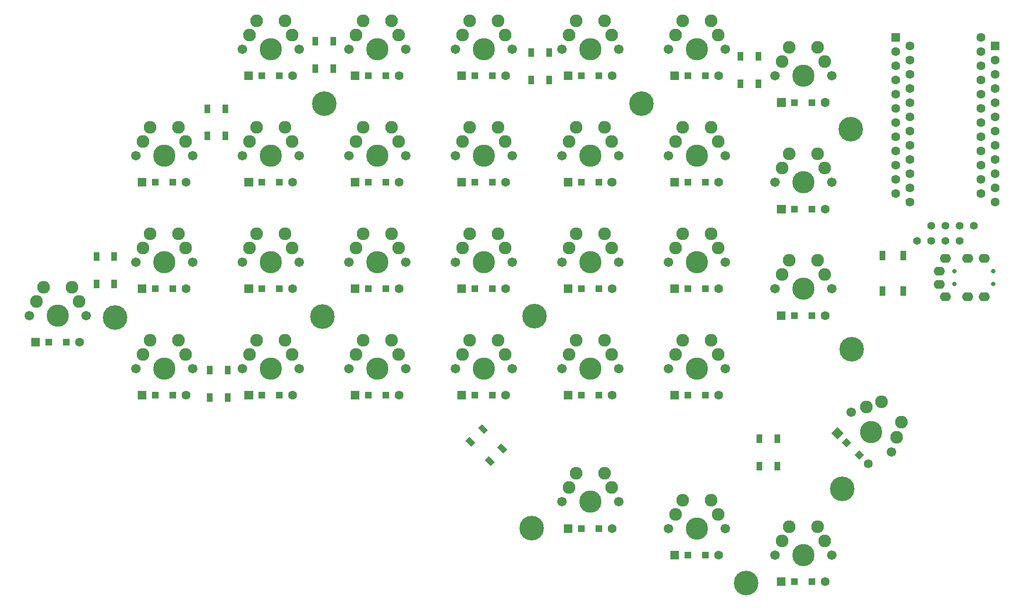
<source format=gts>
%TF.GenerationSoftware,KiCad,Pcbnew,5.1.9*%
%TF.CreationDate,2021-04-06T00:25:38+02:00*%
%TF.ProjectId,splitkeeb - pro micros,73706c69-746b-4656-9562-202d2070726f,rev?*%
%TF.SameCoordinates,Original*%
%TF.FileFunction,Soldermask,Top*%
%TF.FilePolarity,Negative*%
%FSLAX46Y46*%
G04 Gerber Fmt 4.6, Leading zero omitted, Abs format (unit mm)*
G04 Created by KiCad (PCBNEW 5.1.9) date 2021-04-06 00:25:38*
%MOMM*%
%LPD*%
G01*
G04 APERTURE LIST*
%ADD10R,1.200000X1.200000*%
%ADD11R,1.600000X1.600000*%
%ADD12C,1.600000*%
%ADD13C,4.400000*%
%ADD14R,1.000000X1.500000*%
%ADD15C,0.100000*%
%ADD16C,1.701800*%
%ADD17C,2.286000*%
%ADD18C,3.987800*%
%ADD19R,1.000000X1.700000*%
%ADD20O,2.000000X1.600000*%
%ADD21C,0.800000*%
%ADD22C,1.397000*%
G04 APERTURE END LIST*
D10*
%TO.C,D19*%
X153859420Y-92726140D03*
X150709420Y-92726140D03*
D11*
X148384420Y-92726140D03*
D12*
X156184420Y-92726140D03*
%TD*%
D13*
%TO.C,REF\u002A\u002A*%
X67334420Y-97888640D03*
%TD*%
D12*
%TO.C,D28*%
X194294420Y-78438640D03*
D11*
X186494420Y-78438640D03*
%TD*%
D14*
%TO.C,D37*%
X144944420Y-50478640D03*
X141744420Y-50478640D03*
X144944420Y-55378640D03*
X141744420Y-55378640D03*
%TD*%
D11*
%TO.C,D6*%
X91244420Y-73681140D03*
D12*
X99044420Y-73681140D03*
%TD*%
D13*
%TO.C,REF\u002A\u002A*%
X197344420Y-128488640D03*
%TD*%
%TO.C,REF\u002A\u002A*%
X180194420Y-145388640D03*
%TD*%
%TO.C,REF\u002A\u002A*%
X141844420Y-135568640D03*
%TD*%
%TO.C,REF\u002A\u002A*%
X142364420Y-97608640D03*
%TD*%
D11*
%TO.C,D29*%
X186474420Y-97488640D03*
D12*
X194274420Y-97488640D03*
%TD*%
D15*
%TO.C,D40*%
G36*
X132219496Y-117628081D02*
G01*
X132926602Y-116920975D01*
X133987262Y-117981635D01*
X133280156Y-118688741D01*
X132219496Y-117628081D01*
G37*
G36*
X129956755Y-119890822D02*
G01*
X130663861Y-119183716D01*
X131724521Y-120244376D01*
X131017415Y-120951482D01*
X129956755Y-119890822D01*
G37*
G36*
X135684319Y-121092904D02*
G01*
X136391425Y-120385798D01*
X137452085Y-121446458D01*
X136744979Y-122153564D01*
X135684319Y-121092904D01*
G37*
G36*
X133421578Y-123355645D02*
G01*
X134128684Y-122648539D01*
X135189344Y-123709199D01*
X134482238Y-124416305D01*
X133421578Y-123355645D01*
G37*
%TD*%
D14*
%TO.C,D35*%
X182394420Y-51158640D03*
X179194420Y-51158640D03*
X182394420Y-56058640D03*
X179194420Y-56058640D03*
%TD*%
D16*
%TO.C,K26*%
X166254420Y-135588640D03*
X176414420Y-135588640D03*
D17*
X167524420Y-133048640D03*
D18*
X171334420Y-135588640D03*
D17*
X173874420Y-130508640D03*
X168794420Y-130508640D03*
X175144420Y-133048640D03*
%TD*%
D12*
%TO.C,D1*%
X79984420Y-73681140D03*
D11*
X72184420Y-73681140D03*
%TD*%
D12*
%TO.C,D9*%
X118084420Y-54621140D03*
D11*
X110284420Y-54621140D03*
%TD*%
D12*
%TO.C,D24*%
X175234420Y-92731140D03*
D11*
X167434420Y-92731140D03*
%TD*%
%TO.C,D15*%
X129334420Y-92718640D03*
D12*
X137134420Y-92718640D03*
%TD*%
D17*
%TO.C,K1*%
X79894420Y-66373640D03*
X73544420Y-63833640D03*
X78624420Y-63833640D03*
D18*
X76084420Y-68913640D03*
D17*
X72274420Y-66373640D03*
D16*
X81164420Y-68913640D03*
X71004420Y-68913640D03*
%TD*%
D12*
%TO.C,D13*%
X137134420Y-54621140D03*
D11*
X129334420Y-54621140D03*
%TD*%
D19*
%TO.C,SW1*%
X208324420Y-86788640D03*
X208324420Y-93088640D03*
X204524420Y-86788640D03*
X204524420Y-93088640D03*
%TD*%
D12*
%TO.C,D19*%
X156184420Y-92711140D03*
D11*
X148384420Y-92711140D03*
%TD*%
D12*
%TO.C,D7*%
X99044420Y-92711140D03*
D11*
X91244420Y-92711140D03*
%TD*%
%TO.C,D2*%
X72184420Y-92721140D03*
D12*
X79984420Y-92721140D03*
%TD*%
D14*
%TO.C,D41*%
X83804420Y-65388640D03*
X87004420Y-65388640D03*
X83804420Y-60488640D03*
X87004420Y-60488640D03*
%TD*%
D17*
%TO.C,K2*%
X79894420Y-85423640D03*
X73544420Y-82883640D03*
X78624420Y-82883640D03*
D18*
X76084420Y-87963640D03*
D17*
X72274420Y-85423640D03*
D16*
X81164420Y-87963640D03*
X71004420Y-87963640D03*
%TD*%
D11*
%TO.C,D10*%
X110284420Y-73691140D03*
D12*
X118084420Y-73691140D03*
%TD*%
D11*
%TO.C,D14*%
X129334420Y-73681140D03*
D12*
X137134420Y-73681140D03*
%TD*%
D16*
%TO.C,K3*%
X71004420Y-107013640D03*
X81164420Y-107013640D03*
D17*
X72274420Y-104473640D03*
D18*
X76084420Y-107013640D03*
D17*
X78624420Y-101933640D03*
X73544420Y-101933640D03*
X79894420Y-104473640D03*
%TD*%
%TO.C,K11*%
X117994420Y-85423640D03*
X111644420Y-82883640D03*
X116724420Y-82883640D03*
D18*
X114184420Y-87963640D03*
D17*
X110374420Y-85423640D03*
D16*
X119264420Y-87963640D03*
X109104420Y-87963640D03*
%TD*%
D11*
%TO.C,U1*%
X206934420Y-47768640D03*
D12*
X206934420Y-50308640D03*
X206934420Y-52848640D03*
X206934420Y-55388640D03*
X206934420Y-57928640D03*
X206934420Y-60468640D03*
X206934420Y-63008640D03*
X206934420Y-65548640D03*
X206934420Y-68088640D03*
X206934420Y-70628640D03*
X206934420Y-73168640D03*
X206934420Y-75708640D03*
X222174420Y-75708640D03*
X222174420Y-73168640D03*
X222174420Y-70628640D03*
X222174420Y-68088640D03*
X222174420Y-65548640D03*
X222174420Y-63008640D03*
X222174420Y-60468640D03*
X222174420Y-57928640D03*
X222174420Y-55388640D03*
X222174420Y-52848640D03*
X222174420Y-50308640D03*
X222174420Y-47768640D03*
%TD*%
%TO.C,D22*%
X175234420Y-54621140D03*
D11*
X167434420Y-54621140D03*
%TD*%
%TO.C,D15*%
X110284420Y-92728640D03*
D12*
X118084420Y-92728640D03*
%TD*%
D11*
%TO.C,D23*%
X167434420Y-73681140D03*
D12*
X175234420Y-73681140D03*
%TD*%
D11*
%TO.C,D21*%
X148384420Y-135588640D03*
D12*
X156184420Y-135588640D03*
%TD*%
D11*
%TO.C,D3*%
X72184420Y-111778640D03*
D12*
X79984420Y-111778640D03*
%TD*%
D14*
%TO.C,D39*%
X106314420Y-48418640D03*
X103114420Y-48418640D03*
X106314420Y-53318640D03*
X103114420Y-53318640D03*
%TD*%
%TO.C,D38*%
X185754420Y-119538640D03*
X182554420Y-119538640D03*
X185754420Y-124438640D03*
X182554420Y-124438640D03*
%TD*%
D12*
%TO.C,D8*%
X99044420Y-111778640D03*
D11*
X91244420Y-111778640D03*
%TD*%
%TO.C,D5*%
X91234420Y-54631140D03*
D12*
X99034420Y-54631140D03*
%TD*%
D13*
%TO.C,REF\u002A\u002A*%
X198914420Y-64158640D03*
%TD*%
D20*
%TO.C,U2*%
X219804420Y-87298640D03*
D21*
X224404420Y-89598640D03*
X217404420Y-89598640D03*
D20*
X222804420Y-87298640D03*
X215804420Y-87298640D03*
X214704420Y-91898640D03*
%TD*%
D12*
%TO.C,U1*%
X209494420Y-49228640D03*
X209494420Y-51768640D03*
X209494420Y-54308640D03*
X209494420Y-56848640D03*
X209494420Y-59388640D03*
X209494420Y-61928640D03*
X209494420Y-64468640D03*
X209494420Y-67008640D03*
X209494420Y-69548640D03*
X209494420Y-72088640D03*
X209494420Y-74628640D03*
X209494420Y-77168640D03*
X224734420Y-77168640D03*
X224734420Y-74628640D03*
X224734420Y-72088640D03*
X224734420Y-69548640D03*
X224734420Y-67008640D03*
X224734420Y-64468640D03*
X224734420Y-61928640D03*
X224734420Y-59388640D03*
X224734420Y-56848640D03*
X224734420Y-54308640D03*
X224734420Y-51768640D03*
D11*
X224734420Y-49228640D03*
%TD*%
%TO.C,D18*%
X148359420Y-73648640D03*
D12*
X156159420Y-73648640D03*
%TD*%
D10*
%TO.C,D20*%
X153859420Y-111776140D03*
X150709420Y-111776140D03*
D11*
X148384420Y-111776140D03*
D12*
X156184420Y-111776140D03*
%TD*%
%TO.C,D21*%
X156184420Y-135588640D03*
D11*
X148384420Y-135588640D03*
D10*
X150709420Y-135588640D03*
X153859420Y-135588640D03*
%TD*%
%TO.C,D22*%
X172909420Y-54626140D03*
X169759420Y-54626140D03*
D11*
X167434420Y-54626140D03*
D12*
X175234420Y-54626140D03*
%TD*%
%TO.C,D23*%
X175234420Y-73676140D03*
D11*
X167434420Y-73676140D03*
D10*
X169759420Y-73676140D03*
X172909420Y-73676140D03*
%TD*%
%TO.C,D24*%
X172909420Y-92726140D03*
X169759420Y-92726140D03*
D11*
X167434420Y-92726140D03*
D12*
X175234420Y-92726140D03*
%TD*%
%TO.C,D25*%
X175234420Y-111776140D03*
D11*
X167434420Y-111776140D03*
D10*
X169759420Y-111776140D03*
X172909420Y-111776140D03*
%TD*%
%TO.C,D26*%
X172909420Y-140351140D03*
X169759420Y-140351140D03*
D11*
X167434420Y-140351140D03*
D12*
X175234420Y-140351140D03*
%TD*%
%TO.C,D27*%
X194284420Y-59388640D03*
D11*
X186484420Y-59388640D03*
D10*
X188809420Y-59388640D03*
X191959420Y-59388640D03*
%TD*%
%TO.C,D28*%
X191959420Y-78438640D03*
X188809420Y-78438640D03*
D11*
X186484420Y-78438640D03*
D12*
X194284420Y-78438640D03*
%TD*%
%TO.C,D29*%
X194284420Y-97488640D03*
D11*
X186484420Y-97488640D03*
D10*
X188809420Y-97488640D03*
X191959420Y-97488640D03*
%TD*%
%TO.C,D31*%
X191959420Y-145113640D03*
X188809420Y-145113640D03*
D11*
X186484420Y-145113640D03*
D12*
X194284420Y-145113640D03*
%TD*%
%TO.C,D5*%
X99034420Y-54626140D03*
D11*
X91234420Y-54626140D03*
D10*
X93559420Y-54626140D03*
X96709420Y-54626140D03*
%TD*%
D15*
%TO.C,D30*%
G36*
X199539585Y-122414833D02*
G01*
X200388113Y-121566305D01*
X201236641Y-122414833D01*
X200388113Y-123263361D01*
X199539585Y-122414833D01*
G37*
G36*
X197312199Y-120187447D02*
G01*
X198160727Y-119338919D01*
X199009255Y-120187447D01*
X198160727Y-121035975D01*
X197312199Y-120187447D01*
G37*
G36*
X195385333Y-118543424D02*
G01*
X196516704Y-117412053D01*
X197648075Y-118543424D01*
X196516704Y-119674795D01*
X195385333Y-118543424D01*
G37*
D12*
X202032136Y-124058856D03*
%TD*%
D16*
%TO.C,K4*%
X51954420Y-97488640D03*
X62114420Y-97488640D03*
D17*
X53224420Y-94948640D03*
D18*
X57034420Y-97488640D03*
D17*
X59574420Y-92408640D03*
X54494420Y-92408640D03*
X60844420Y-94948640D03*
%TD*%
%TO.C,K5*%
X98944420Y-47323640D03*
X92594420Y-44783640D03*
X97674420Y-44783640D03*
D18*
X95134420Y-49863640D03*
D17*
X91324420Y-47323640D03*
D16*
X100214420Y-49863640D03*
X90054420Y-49863640D03*
%TD*%
D17*
%TO.C,K6*%
X98944420Y-66373640D03*
X92594420Y-63833640D03*
X97674420Y-63833640D03*
D18*
X95134420Y-68913640D03*
D17*
X91324420Y-66373640D03*
D16*
X100214420Y-68913640D03*
X90054420Y-68913640D03*
%TD*%
D17*
%TO.C,K7*%
X98944420Y-85423640D03*
X92594420Y-82883640D03*
X97674420Y-82883640D03*
D18*
X95134420Y-87963640D03*
D17*
X91324420Y-85423640D03*
D16*
X100214420Y-87963640D03*
X90054420Y-87963640D03*
%TD*%
%TO.C,K8*%
X90054420Y-107013640D03*
X100214420Y-107013640D03*
D17*
X91324420Y-104473640D03*
D18*
X95134420Y-107013640D03*
D17*
X97674420Y-101933640D03*
X92594420Y-101933640D03*
X98944420Y-104473640D03*
%TD*%
D16*
%TO.C,K9*%
X109104420Y-49863640D03*
X119264420Y-49863640D03*
D17*
X110374420Y-47323640D03*
D18*
X114184420Y-49863640D03*
D17*
X116724420Y-44783640D03*
X111644420Y-44783640D03*
X117994420Y-47323640D03*
%TD*%
D16*
%TO.C,K10*%
X109104420Y-68913640D03*
X119264420Y-68913640D03*
D17*
X110374420Y-66373640D03*
D18*
X114184420Y-68913640D03*
D17*
X116724420Y-63833640D03*
X111644420Y-63833640D03*
X117994420Y-66373640D03*
%TD*%
D12*
%TO.C,D17*%
X156184420Y-54621140D03*
D11*
X148384420Y-54621140D03*
%TD*%
D14*
%TO.C,D42*%
X87444420Y-107298640D03*
X84244420Y-107298640D03*
X87444420Y-112198640D03*
X84244420Y-112198640D03*
%TD*%
D17*
%TO.C,K22*%
X175144420Y-47323640D03*
X168794420Y-44783640D03*
X173874420Y-44783640D03*
D18*
X171334420Y-49863640D03*
D17*
X167524420Y-47323640D03*
D16*
X176414420Y-49863640D03*
X166254420Y-49863640D03*
%TD*%
D22*
%TO.C,Brd1*%
X213304420Y-81458640D03*
X215844420Y-81458640D03*
X218384420Y-81458640D03*
X220924420Y-81458640D03*
%TD*%
D11*
%TO.C,D27*%
X186494420Y-59378640D03*
D12*
X194294420Y-59378640D03*
%TD*%
%TO.C,D20*%
X156184420Y-111781140D03*
D11*
X148384420Y-111781140D03*
%TD*%
%TO.C,D25*%
X167434420Y-111778640D03*
D12*
X175234420Y-111778640D03*
%TD*%
D13*
%TO.C,REF\u002A\u002A*%
X199024420Y-103558640D03*
%TD*%
D12*
%TO.C,D16*%
X137134420Y-111781140D03*
D11*
X129334420Y-111781140D03*
%TD*%
%TO.C,D4*%
X53134420Y-102248640D03*
D12*
X60934420Y-102248640D03*
%TD*%
%TO.C,D12*%
X118084420Y-111778640D03*
D11*
X110284420Y-111778640D03*
%TD*%
D12*
%TO.C,D31*%
X194284420Y-145113640D03*
D11*
X186484420Y-145113640D03*
%TD*%
D13*
%TO.C,REF\u002A\u002A*%
X104724420Y-59608640D03*
%TD*%
D12*
%TO.C,D30*%
X202024636Y-124056356D03*
D15*
G36*
X195377833Y-118540924D02*
G01*
X196509204Y-117409553D01*
X197640575Y-118540924D01*
X196509204Y-119672295D01*
X195377833Y-118540924D01*
G37*
%TD*%
D13*
%TO.C,REF\u002A\u002A*%
X161464420Y-59588640D03*
%TD*%
D12*
%TO.C,D26*%
X175234420Y-140346140D03*
D11*
X167434420Y-140346140D03*
%TD*%
D14*
%TO.C,D43*%
X67174420Y-86948640D03*
X63974420Y-86948640D03*
X67174420Y-91848640D03*
X63974420Y-91848640D03*
%TD*%
D13*
%TO.C,REF\u002A\u002A*%
X104414420Y-97728640D03*
%TD*%
D10*
%TO.C,D1*%
X77659420Y-73676140D03*
X74509420Y-73676140D03*
D11*
X72184420Y-73676140D03*
D12*
X79984420Y-73676140D03*
%TD*%
%TO.C,D2*%
X79984420Y-92726140D03*
D11*
X72184420Y-92726140D03*
D10*
X74509420Y-92726140D03*
X77659420Y-92726140D03*
%TD*%
D12*
%TO.C,D3*%
X79984420Y-111776140D03*
D11*
X72184420Y-111776140D03*
D10*
X74509420Y-111776140D03*
X77659420Y-111776140D03*
%TD*%
D12*
%TO.C,D4*%
X60934420Y-102251140D03*
D11*
X53134420Y-102251140D03*
D10*
X55459420Y-102251140D03*
X58609420Y-102251140D03*
%TD*%
D12*
%TO.C,D6*%
X99034420Y-73676140D03*
D11*
X91234420Y-73676140D03*
D10*
X93559420Y-73676140D03*
X96709420Y-73676140D03*
%TD*%
%TO.C,D7*%
X96709420Y-92726140D03*
X93559420Y-92726140D03*
D11*
X91234420Y-92726140D03*
D12*
X99034420Y-92726140D03*
%TD*%
D10*
%TO.C,D8*%
X96709420Y-111776140D03*
X93559420Y-111776140D03*
D11*
X91234420Y-111776140D03*
D12*
X99034420Y-111776140D03*
%TD*%
D10*
%TO.C,D9*%
X115759420Y-54626140D03*
X112609420Y-54626140D03*
D11*
X110284420Y-54626140D03*
D12*
X118084420Y-54626140D03*
%TD*%
%TO.C,D10*%
X118084420Y-73676140D03*
D11*
X110284420Y-73676140D03*
D10*
X112609420Y-73676140D03*
X115759420Y-73676140D03*
%TD*%
D12*
%TO.C,D11*%
X118084420Y-92726140D03*
D11*
X110284420Y-92726140D03*
D10*
X112609420Y-92726140D03*
X115759420Y-92726140D03*
%TD*%
%TO.C,D12*%
X115759420Y-111776140D03*
X112609420Y-111776140D03*
D11*
X110284420Y-111776140D03*
D12*
X118084420Y-111776140D03*
%TD*%
D10*
%TO.C,D13*%
X134809420Y-54626140D03*
X131659420Y-54626140D03*
D11*
X129334420Y-54626140D03*
D12*
X137134420Y-54626140D03*
%TD*%
%TO.C,D14*%
X137134420Y-73676140D03*
D11*
X129334420Y-73676140D03*
D10*
X131659420Y-73676140D03*
X134809420Y-73676140D03*
%TD*%
D12*
%TO.C,D15*%
X137134420Y-92726140D03*
D11*
X129334420Y-92726140D03*
D10*
X131659420Y-92726140D03*
X134809420Y-92726140D03*
%TD*%
%TO.C,D16*%
X134809420Y-111776140D03*
X131659420Y-111776140D03*
D11*
X129334420Y-111776140D03*
D12*
X137134420Y-111776140D03*
%TD*%
D10*
%TO.C,D17*%
X153859420Y-54626140D03*
X150709420Y-54626140D03*
D11*
X148384420Y-54626140D03*
D12*
X156184420Y-54626140D03*
%TD*%
%TO.C,D18*%
X156184420Y-73676140D03*
D11*
X148384420Y-73676140D03*
D10*
X150709420Y-73676140D03*
X153859420Y-73676140D03*
%TD*%
D17*
%TO.C,K12*%
X117994420Y-104473640D03*
X111644420Y-101933640D03*
X116724420Y-101933640D03*
D18*
X114184420Y-107013640D03*
D17*
X110374420Y-104473640D03*
D16*
X119264420Y-107013640D03*
X109104420Y-107013640D03*
%TD*%
%TO.C,K13*%
X128154420Y-49863640D03*
X138314420Y-49863640D03*
D17*
X129424420Y-47323640D03*
D18*
X133234420Y-49863640D03*
D17*
X135774420Y-44783640D03*
X130694420Y-44783640D03*
X137044420Y-47323640D03*
%TD*%
D16*
%TO.C,K14*%
X128154420Y-68913640D03*
X138314420Y-68913640D03*
D17*
X129424420Y-66373640D03*
D18*
X133234420Y-68913640D03*
D17*
X135774420Y-63833640D03*
X130694420Y-63833640D03*
X137044420Y-66373640D03*
%TD*%
D16*
%TO.C,K15*%
X128154420Y-87963640D03*
X138314420Y-87963640D03*
D17*
X129424420Y-85423640D03*
D18*
X133234420Y-87963640D03*
D17*
X135774420Y-82883640D03*
X130694420Y-82883640D03*
X137044420Y-85423640D03*
%TD*%
%TO.C,K16*%
X137044420Y-104473640D03*
X130694420Y-101933640D03*
X135774420Y-101933640D03*
D18*
X133234420Y-107013640D03*
D17*
X129424420Y-104473640D03*
D16*
X138314420Y-107013640D03*
X128154420Y-107013640D03*
%TD*%
%TO.C,K17*%
X147204420Y-49863640D03*
X157364420Y-49863640D03*
D17*
X148474420Y-47323640D03*
D18*
X152284420Y-49863640D03*
D17*
X154824420Y-44783640D03*
X149744420Y-44783640D03*
X156094420Y-47323640D03*
%TD*%
D16*
%TO.C,K18*%
X147204420Y-68913640D03*
X157364420Y-68913640D03*
D17*
X148474420Y-66373640D03*
D18*
X152284420Y-68913640D03*
D17*
X154824420Y-63833640D03*
X149744420Y-63833640D03*
X156094420Y-66373640D03*
%TD*%
%TO.C,K19*%
X156094420Y-85423640D03*
X149744420Y-82883640D03*
X154824420Y-82883640D03*
D18*
X152284420Y-87963640D03*
D17*
X148474420Y-85423640D03*
D16*
X157364420Y-87963640D03*
X147204420Y-87963640D03*
%TD*%
D17*
%TO.C,K20*%
X156094420Y-104473640D03*
X149744420Y-101933640D03*
X154824420Y-101933640D03*
D18*
X152284420Y-107013640D03*
D17*
X148474420Y-104473640D03*
D16*
X157364420Y-107013640D03*
X147204420Y-107013640D03*
%TD*%
%TO.C,K21*%
X147204420Y-130826140D03*
X157364420Y-130826140D03*
D17*
X148474420Y-128286140D03*
D18*
X152284420Y-130826140D03*
D17*
X154824420Y-125746140D03*
X149744420Y-125746140D03*
X156094420Y-128286140D03*
%TD*%
D16*
%TO.C,K23*%
X166254420Y-68913640D03*
X176414420Y-68913640D03*
D17*
X167524420Y-66373640D03*
D18*
X171334420Y-68913640D03*
D17*
X173874420Y-63833640D03*
X168794420Y-63833640D03*
X175144420Y-66373640D03*
%TD*%
%TO.C,K24*%
X175144420Y-85423640D03*
X168794420Y-82883640D03*
X173874420Y-82883640D03*
D18*
X171334420Y-87963640D03*
D17*
X167524420Y-85423640D03*
D16*
X176414420Y-87963640D03*
X166254420Y-87963640D03*
%TD*%
D17*
%TO.C,K25*%
X175144420Y-104473640D03*
X168794420Y-101933640D03*
X173874420Y-101933640D03*
D18*
X171334420Y-107013640D03*
D17*
X167524420Y-104473640D03*
D16*
X176414420Y-107013640D03*
X166254420Y-107013640D03*
%TD*%
D17*
%TO.C,K27*%
X194194420Y-52086140D03*
X187844420Y-49546140D03*
X192924420Y-49546140D03*
D18*
X190384420Y-54626140D03*
D17*
X186574420Y-52086140D03*
D16*
X195464420Y-54626140D03*
X185304420Y-54626140D03*
%TD*%
%TO.C,K28*%
X185304420Y-73676140D03*
X195464420Y-73676140D03*
D17*
X186574420Y-71136140D03*
D18*
X190384420Y-73676140D03*
D17*
X192924420Y-68596140D03*
X187844420Y-68596140D03*
X194194420Y-71136140D03*
%TD*%
%TO.C,K29*%
X194194420Y-90186140D03*
X187844420Y-87646140D03*
X192924420Y-87646140D03*
D18*
X190384420Y-92726140D03*
D17*
X186574420Y-90186140D03*
D16*
X195464420Y-92726140D03*
X185304420Y-92726140D03*
%TD*%
%TO.C,K30*%
X198977883Y-114764342D03*
X206162087Y-121948546D03*
D17*
X201671959Y-113866316D03*
D18*
X202569985Y-118356444D03*
D17*
X207958139Y-116560393D03*
X204366036Y-112968290D03*
X207060113Y-119254470D03*
%TD*%
%TO.C,K31*%
X194194420Y-137811140D03*
X187844420Y-135271140D03*
X192924420Y-135271140D03*
D18*
X190384420Y-140351140D03*
D17*
X186574420Y-137811140D03*
D16*
X195464420Y-140351140D03*
X185304420Y-140351140D03*
%TD*%
D22*
%TO.C,Brd1*%
X210754420Y-84158640D03*
X213294420Y-84158640D03*
X215834420Y-84158640D03*
X218374420Y-84158640D03*
%TD*%
D20*
%TO.C,U2*%
X214694420Y-89548640D03*
X215794420Y-94148640D03*
X222794420Y-94148640D03*
D21*
X217394420Y-91848640D03*
X224394420Y-91848640D03*
D20*
X219794420Y-94148640D03*
%TD*%
M02*

</source>
